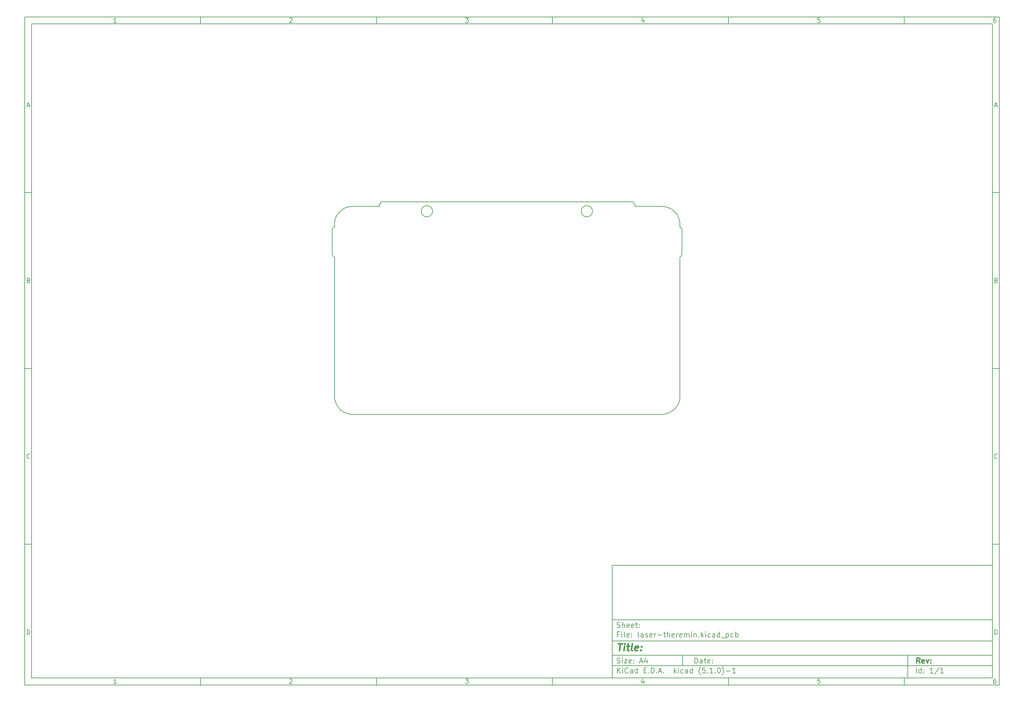
<source format=gm1>
G04 #@! TF.GenerationSoftware,KiCad,Pcbnew,(5.1.0)-1*
G04 #@! TF.CreationDate,2019-06-18T01:36:36-06:00*
G04 #@! TF.ProjectId,laser-theremin,6c617365-722d-4746-9865-72656d696e2e,rev?*
G04 #@! TF.SameCoordinates,Original*
G04 #@! TF.FileFunction,Profile,NP*
%FSLAX46Y46*%
G04 Gerber Fmt 4.6, Leading zero omitted, Abs format (unit mm)*
G04 Created by KiCad (PCBNEW (5.1.0)-1) date 2019-06-18 01:36:36*
%MOMM*%
%LPD*%
G04 APERTURE LIST*
%ADD10C,0.100000*%
%ADD11C,0.150000*%
%ADD12C,0.300000*%
%ADD13C,0.400000*%
%ADD14C,0.200000*%
G04 APERTURE END LIST*
D10*
D11*
X177002200Y-166007200D02*
X177002200Y-198007200D01*
X285002200Y-198007200D01*
X285002200Y-166007200D01*
X177002200Y-166007200D01*
D10*
D11*
X10000000Y-10000000D02*
X10000000Y-200007200D01*
X287002200Y-200007200D01*
X287002200Y-10000000D01*
X10000000Y-10000000D01*
D10*
D11*
X12000000Y-12000000D02*
X12000000Y-198007200D01*
X285002200Y-198007200D01*
X285002200Y-12000000D01*
X12000000Y-12000000D01*
D10*
D11*
X60000000Y-12000000D02*
X60000000Y-10000000D01*
D10*
D11*
X110000000Y-12000000D02*
X110000000Y-10000000D01*
D10*
D11*
X160000000Y-12000000D02*
X160000000Y-10000000D01*
D10*
D11*
X210000000Y-12000000D02*
X210000000Y-10000000D01*
D10*
D11*
X260000000Y-12000000D02*
X260000000Y-10000000D01*
D10*
D11*
X36065476Y-11588095D02*
X35322619Y-11588095D01*
X35694047Y-11588095D02*
X35694047Y-10288095D01*
X35570238Y-10473809D01*
X35446428Y-10597619D01*
X35322619Y-10659523D01*
D10*
D11*
X85322619Y-10411904D02*
X85384523Y-10350000D01*
X85508333Y-10288095D01*
X85817857Y-10288095D01*
X85941666Y-10350000D01*
X86003571Y-10411904D01*
X86065476Y-10535714D01*
X86065476Y-10659523D01*
X86003571Y-10845238D01*
X85260714Y-11588095D01*
X86065476Y-11588095D01*
D10*
D11*
X135260714Y-10288095D02*
X136065476Y-10288095D01*
X135632142Y-10783333D01*
X135817857Y-10783333D01*
X135941666Y-10845238D01*
X136003571Y-10907142D01*
X136065476Y-11030952D01*
X136065476Y-11340476D01*
X136003571Y-11464285D01*
X135941666Y-11526190D01*
X135817857Y-11588095D01*
X135446428Y-11588095D01*
X135322619Y-11526190D01*
X135260714Y-11464285D01*
D10*
D11*
X185941666Y-10721428D02*
X185941666Y-11588095D01*
X185632142Y-10226190D02*
X185322619Y-11154761D01*
X186127380Y-11154761D01*
D10*
D11*
X236003571Y-10288095D02*
X235384523Y-10288095D01*
X235322619Y-10907142D01*
X235384523Y-10845238D01*
X235508333Y-10783333D01*
X235817857Y-10783333D01*
X235941666Y-10845238D01*
X236003571Y-10907142D01*
X236065476Y-11030952D01*
X236065476Y-11340476D01*
X236003571Y-11464285D01*
X235941666Y-11526190D01*
X235817857Y-11588095D01*
X235508333Y-11588095D01*
X235384523Y-11526190D01*
X235322619Y-11464285D01*
D10*
D11*
X285941666Y-10288095D02*
X285694047Y-10288095D01*
X285570238Y-10350000D01*
X285508333Y-10411904D01*
X285384523Y-10597619D01*
X285322619Y-10845238D01*
X285322619Y-11340476D01*
X285384523Y-11464285D01*
X285446428Y-11526190D01*
X285570238Y-11588095D01*
X285817857Y-11588095D01*
X285941666Y-11526190D01*
X286003571Y-11464285D01*
X286065476Y-11340476D01*
X286065476Y-11030952D01*
X286003571Y-10907142D01*
X285941666Y-10845238D01*
X285817857Y-10783333D01*
X285570238Y-10783333D01*
X285446428Y-10845238D01*
X285384523Y-10907142D01*
X285322619Y-11030952D01*
D10*
D11*
X60000000Y-198007200D02*
X60000000Y-200007200D01*
D10*
D11*
X110000000Y-198007200D02*
X110000000Y-200007200D01*
D10*
D11*
X160000000Y-198007200D02*
X160000000Y-200007200D01*
D10*
D11*
X210000000Y-198007200D02*
X210000000Y-200007200D01*
D10*
D11*
X260000000Y-198007200D02*
X260000000Y-200007200D01*
D10*
D11*
X36065476Y-199595295D02*
X35322619Y-199595295D01*
X35694047Y-199595295D02*
X35694047Y-198295295D01*
X35570238Y-198481009D01*
X35446428Y-198604819D01*
X35322619Y-198666723D01*
D10*
D11*
X85322619Y-198419104D02*
X85384523Y-198357200D01*
X85508333Y-198295295D01*
X85817857Y-198295295D01*
X85941666Y-198357200D01*
X86003571Y-198419104D01*
X86065476Y-198542914D01*
X86065476Y-198666723D01*
X86003571Y-198852438D01*
X85260714Y-199595295D01*
X86065476Y-199595295D01*
D10*
D11*
X135260714Y-198295295D02*
X136065476Y-198295295D01*
X135632142Y-198790533D01*
X135817857Y-198790533D01*
X135941666Y-198852438D01*
X136003571Y-198914342D01*
X136065476Y-199038152D01*
X136065476Y-199347676D01*
X136003571Y-199471485D01*
X135941666Y-199533390D01*
X135817857Y-199595295D01*
X135446428Y-199595295D01*
X135322619Y-199533390D01*
X135260714Y-199471485D01*
D10*
D11*
X185941666Y-198728628D02*
X185941666Y-199595295D01*
X185632142Y-198233390D02*
X185322619Y-199161961D01*
X186127380Y-199161961D01*
D10*
D11*
X236003571Y-198295295D02*
X235384523Y-198295295D01*
X235322619Y-198914342D01*
X235384523Y-198852438D01*
X235508333Y-198790533D01*
X235817857Y-198790533D01*
X235941666Y-198852438D01*
X236003571Y-198914342D01*
X236065476Y-199038152D01*
X236065476Y-199347676D01*
X236003571Y-199471485D01*
X235941666Y-199533390D01*
X235817857Y-199595295D01*
X235508333Y-199595295D01*
X235384523Y-199533390D01*
X235322619Y-199471485D01*
D10*
D11*
X285941666Y-198295295D02*
X285694047Y-198295295D01*
X285570238Y-198357200D01*
X285508333Y-198419104D01*
X285384523Y-198604819D01*
X285322619Y-198852438D01*
X285322619Y-199347676D01*
X285384523Y-199471485D01*
X285446428Y-199533390D01*
X285570238Y-199595295D01*
X285817857Y-199595295D01*
X285941666Y-199533390D01*
X286003571Y-199471485D01*
X286065476Y-199347676D01*
X286065476Y-199038152D01*
X286003571Y-198914342D01*
X285941666Y-198852438D01*
X285817857Y-198790533D01*
X285570238Y-198790533D01*
X285446428Y-198852438D01*
X285384523Y-198914342D01*
X285322619Y-199038152D01*
D10*
D11*
X10000000Y-60000000D02*
X12000000Y-60000000D01*
D10*
D11*
X10000000Y-110000000D02*
X12000000Y-110000000D01*
D10*
D11*
X10000000Y-160000000D02*
X12000000Y-160000000D01*
D10*
D11*
X10690476Y-35216666D02*
X11309523Y-35216666D01*
X10566666Y-35588095D02*
X11000000Y-34288095D01*
X11433333Y-35588095D01*
D10*
D11*
X11092857Y-84907142D02*
X11278571Y-84969047D01*
X11340476Y-85030952D01*
X11402380Y-85154761D01*
X11402380Y-85340476D01*
X11340476Y-85464285D01*
X11278571Y-85526190D01*
X11154761Y-85588095D01*
X10659523Y-85588095D01*
X10659523Y-84288095D01*
X11092857Y-84288095D01*
X11216666Y-84350000D01*
X11278571Y-84411904D01*
X11340476Y-84535714D01*
X11340476Y-84659523D01*
X11278571Y-84783333D01*
X11216666Y-84845238D01*
X11092857Y-84907142D01*
X10659523Y-84907142D01*
D10*
D11*
X11402380Y-135464285D02*
X11340476Y-135526190D01*
X11154761Y-135588095D01*
X11030952Y-135588095D01*
X10845238Y-135526190D01*
X10721428Y-135402380D01*
X10659523Y-135278571D01*
X10597619Y-135030952D01*
X10597619Y-134845238D01*
X10659523Y-134597619D01*
X10721428Y-134473809D01*
X10845238Y-134350000D01*
X11030952Y-134288095D01*
X11154761Y-134288095D01*
X11340476Y-134350000D01*
X11402380Y-134411904D01*
D10*
D11*
X10659523Y-185588095D02*
X10659523Y-184288095D01*
X10969047Y-184288095D01*
X11154761Y-184350000D01*
X11278571Y-184473809D01*
X11340476Y-184597619D01*
X11402380Y-184845238D01*
X11402380Y-185030952D01*
X11340476Y-185278571D01*
X11278571Y-185402380D01*
X11154761Y-185526190D01*
X10969047Y-185588095D01*
X10659523Y-185588095D01*
D10*
D11*
X287002200Y-60000000D02*
X285002200Y-60000000D01*
D10*
D11*
X287002200Y-110000000D02*
X285002200Y-110000000D01*
D10*
D11*
X287002200Y-160000000D02*
X285002200Y-160000000D01*
D10*
D11*
X285692676Y-35216666D02*
X286311723Y-35216666D01*
X285568866Y-35588095D02*
X286002200Y-34288095D01*
X286435533Y-35588095D01*
D10*
D11*
X286095057Y-84907142D02*
X286280771Y-84969047D01*
X286342676Y-85030952D01*
X286404580Y-85154761D01*
X286404580Y-85340476D01*
X286342676Y-85464285D01*
X286280771Y-85526190D01*
X286156961Y-85588095D01*
X285661723Y-85588095D01*
X285661723Y-84288095D01*
X286095057Y-84288095D01*
X286218866Y-84350000D01*
X286280771Y-84411904D01*
X286342676Y-84535714D01*
X286342676Y-84659523D01*
X286280771Y-84783333D01*
X286218866Y-84845238D01*
X286095057Y-84907142D01*
X285661723Y-84907142D01*
D10*
D11*
X286404580Y-135464285D02*
X286342676Y-135526190D01*
X286156961Y-135588095D01*
X286033152Y-135588095D01*
X285847438Y-135526190D01*
X285723628Y-135402380D01*
X285661723Y-135278571D01*
X285599819Y-135030952D01*
X285599819Y-134845238D01*
X285661723Y-134597619D01*
X285723628Y-134473809D01*
X285847438Y-134350000D01*
X286033152Y-134288095D01*
X286156961Y-134288095D01*
X286342676Y-134350000D01*
X286404580Y-134411904D01*
D10*
D11*
X285661723Y-185588095D02*
X285661723Y-184288095D01*
X285971247Y-184288095D01*
X286156961Y-184350000D01*
X286280771Y-184473809D01*
X286342676Y-184597619D01*
X286404580Y-184845238D01*
X286404580Y-185030952D01*
X286342676Y-185278571D01*
X286280771Y-185402380D01*
X286156961Y-185526190D01*
X285971247Y-185588095D01*
X285661723Y-185588095D01*
D10*
D11*
X200434342Y-193785771D02*
X200434342Y-192285771D01*
X200791485Y-192285771D01*
X201005771Y-192357200D01*
X201148628Y-192500057D01*
X201220057Y-192642914D01*
X201291485Y-192928628D01*
X201291485Y-193142914D01*
X201220057Y-193428628D01*
X201148628Y-193571485D01*
X201005771Y-193714342D01*
X200791485Y-193785771D01*
X200434342Y-193785771D01*
X202577200Y-193785771D02*
X202577200Y-193000057D01*
X202505771Y-192857200D01*
X202362914Y-192785771D01*
X202077200Y-192785771D01*
X201934342Y-192857200D01*
X202577200Y-193714342D02*
X202434342Y-193785771D01*
X202077200Y-193785771D01*
X201934342Y-193714342D01*
X201862914Y-193571485D01*
X201862914Y-193428628D01*
X201934342Y-193285771D01*
X202077200Y-193214342D01*
X202434342Y-193214342D01*
X202577200Y-193142914D01*
X203077200Y-192785771D02*
X203648628Y-192785771D01*
X203291485Y-192285771D02*
X203291485Y-193571485D01*
X203362914Y-193714342D01*
X203505771Y-193785771D01*
X203648628Y-193785771D01*
X204720057Y-193714342D02*
X204577200Y-193785771D01*
X204291485Y-193785771D01*
X204148628Y-193714342D01*
X204077200Y-193571485D01*
X204077200Y-193000057D01*
X204148628Y-192857200D01*
X204291485Y-192785771D01*
X204577200Y-192785771D01*
X204720057Y-192857200D01*
X204791485Y-193000057D01*
X204791485Y-193142914D01*
X204077200Y-193285771D01*
X205434342Y-193642914D02*
X205505771Y-193714342D01*
X205434342Y-193785771D01*
X205362914Y-193714342D01*
X205434342Y-193642914D01*
X205434342Y-193785771D01*
X205434342Y-192857200D02*
X205505771Y-192928628D01*
X205434342Y-193000057D01*
X205362914Y-192928628D01*
X205434342Y-192857200D01*
X205434342Y-193000057D01*
D10*
D11*
X177002200Y-194507200D02*
X285002200Y-194507200D01*
D10*
D11*
X178434342Y-196585771D02*
X178434342Y-195085771D01*
X179291485Y-196585771D02*
X178648628Y-195728628D01*
X179291485Y-195085771D02*
X178434342Y-195942914D01*
X179934342Y-196585771D02*
X179934342Y-195585771D01*
X179934342Y-195085771D02*
X179862914Y-195157200D01*
X179934342Y-195228628D01*
X180005771Y-195157200D01*
X179934342Y-195085771D01*
X179934342Y-195228628D01*
X181505771Y-196442914D02*
X181434342Y-196514342D01*
X181220057Y-196585771D01*
X181077200Y-196585771D01*
X180862914Y-196514342D01*
X180720057Y-196371485D01*
X180648628Y-196228628D01*
X180577200Y-195942914D01*
X180577200Y-195728628D01*
X180648628Y-195442914D01*
X180720057Y-195300057D01*
X180862914Y-195157200D01*
X181077200Y-195085771D01*
X181220057Y-195085771D01*
X181434342Y-195157200D01*
X181505771Y-195228628D01*
X182791485Y-196585771D02*
X182791485Y-195800057D01*
X182720057Y-195657200D01*
X182577200Y-195585771D01*
X182291485Y-195585771D01*
X182148628Y-195657200D01*
X182791485Y-196514342D02*
X182648628Y-196585771D01*
X182291485Y-196585771D01*
X182148628Y-196514342D01*
X182077200Y-196371485D01*
X182077200Y-196228628D01*
X182148628Y-196085771D01*
X182291485Y-196014342D01*
X182648628Y-196014342D01*
X182791485Y-195942914D01*
X184148628Y-196585771D02*
X184148628Y-195085771D01*
X184148628Y-196514342D02*
X184005771Y-196585771D01*
X183720057Y-196585771D01*
X183577200Y-196514342D01*
X183505771Y-196442914D01*
X183434342Y-196300057D01*
X183434342Y-195871485D01*
X183505771Y-195728628D01*
X183577200Y-195657200D01*
X183720057Y-195585771D01*
X184005771Y-195585771D01*
X184148628Y-195657200D01*
X186005771Y-195800057D02*
X186505771Y-195800057D01*
X186720057Y-196585771D02*
X186005771Y-196585771D01*
X186005771Y-195085771D01*
X186720057Y-195085771D01*
X187362914Y-196442914D02*
X187434342Y-196514342D01*
X187362914Y-196585771D01*
X187291485Y-196514342D01*
X187362914Y-196442914D01*
X187362914Y-196585771D01*
X188077200Y-196585771D02*
X188077200Y-195085771D01*
X188434342Y-195085771D01*
X188648628Y-195157200D01*
X188791485Y-195300057D01*
X188862914Y-195442914D01*
X188934342Y-195728628D01*
X188934342Y-195942914D01*
X188862914Y-196228628D01*
X188791485Y-196371485D01*
X188648628Y-196514342D01*
X188434342Y-196585771D01*
X188077200Y-196585771D01*
X189577200Y-196442914D02*
X189648628Y-196514342D01*
X189577200Y-196585771D01*
X189505771Y-196514342D01*
X189577200Y-196442914D01*
X189577200Y-196585771D01*
X190220057Y-196157200D02*
X190934342Y-196157200D01*
X190077200Y-196585771D02*
X190577200Y-195085771D01*
X191077200Y-196585771D01*
X191577200Y-196442914D02*
X191648628Y-196514342D01*
X191577200Y-196585771D01*
X191505771Y-196514342D01*
X191577200Y-196442914D01*
X191577200Y-196585771D01*
X194577200Y-196585771D02*
X194577200Y-195085771D01*
X194720057Y-196014342D02*
X195148628Y-196585771D01*
X195148628Y-195585771D02*
X194577200Y-196157200D01*
X195791485Y-196585771D02*
X195791485Y-195585771D01*
X195791485Y-195085771D02*
X195720057Y-195157200D01*
X195791485Y-195228628D01*
X195862914Y-195157200D01*
X195791485Y-195085771D01*
X195791485Y-195228628D01*
X197148628Y-196514342D02*
X197005771Y-196585771D01*
X196720057Y-196585771D01*
X196577200Y-196514342D01*
X196505771Y-196442914D01*
X196434342Y-196300057D01*
X196434342Y-195871485D01*
X196505771Y-195728628D01*
X196577200Y-195657200D01*
X196720057Y-195585771D01*
X197005771Y-195585771D01*
X197148628Y-195657200D01*
X198434342Y-196585771D02*
X198434342Y-195800057D01*
X198362914Y-195657200D01*
X198220057Y-195585771D01*
X197934342Y-195585771D01*
X197791485Y-195657200D01*
X198434342Y-196514342D02*
X198291485Y-196585771D01*
X197934342Y-196585771D01*
X197791485Y-196514342D01*
X197720057Y-196371485D01*
X197720057Y-196228628D01*
X197791485Y-196085771D01*
X197934342Y-196014342D01*
X198291485Y-196014342D01*
X198434342Y-195942914D01*
X199791485Y-196585771D02*
X199791485Y-195085771D01*
X199791485Y-196514342D02*
X199648628Y-196585771D01*
X199362914Y-196585771D01*
X199220057Y-196514342D01*
X199148628Y-196442914D01*
X199077200Y-196300057D01*
X199077200Y-195871485D01*
X199148628Y-195728628D01*
X199220057Y-195657200D01*
X199362914Y-195585771D01*
X199648628Y-195585771D01*
X199791485Y-195657200D01*
X202077200Y-197157200D02*
X202005771Y-197085771D01*
X201862914Y-196871485D01*
X201791485Y-196728628D01*
X201720057Y-196514342D01*
X201648628Y-196157200D01*
X201648628Y-195871485D01*
X201720057Y-195514342D01*
X201791485Y-195300057D01*
X201862914Y-195157200D01*
X202005771Y-194942914D01*
X202077200Y-194871485D01*
X203362914Y-195085771D02*
X202648628Y-195085771D01*
X202577200Y-195800057D01*
X202648628Y-195728628D01*
X202791485Y-195657200D01*
X203148628Y-195657200D01*
X203291485Y-195728628D01*
X203362914Y-195800057D01*
X203434342Y-195942914D01*
X203434342Y-196300057D01*
X203362914Y-196442914D01*
X203291485Y-196514342D01*
X203148628Y-196585771D01*
X202791485Y-196585771D01*
X202648628Y-196514342D01*
X202577200Y-196442914D01*
X204077200Y-196442914D02*
X204148628Y-196514342D01*
X204077200Y-196585771D01*
X204005771Y-196514342D01*
X204077200Y-196442914D01*
X204077200Y-196585771D01*
X205577200Y-196585771D02*
X204720057Y-196585771D01*
X205148628Y-196585771D02*
X205148628Y-195085771D01*
X205005771Y-195300057D01*
X204862914Y-195442914D01*
X204720057Y-195514342D01*
X206220057Y-196442914D02*
X206291485Y-196514342D01*
X206220057Y-196585771D01*
X206148628Y-196514342D01*
X206220057Y-196442914D01*
X206220057Y-196585771D01*
X207220057Y-195085771D02*
X207362914Y-195085771D01*
X207505771Y-195157200D01*
X207577200Y-195228628D01*
X207648628Y-195371485D01*
X207720057Y-195657200D01*
X207720057Y-196014342D01*
X207648628Y-196300057D01*
X207577200Y-196442914D01*
X207505771Y-196514342D01*
X207362914Y-196585771D01*
X207220057Y-196585771D01*
X207077200Y-196514342D01*
X207005771Y-196442914D01*
X206934342Y-196300057D01*
X206862914Y-196014342D01*
X206862914Y-195657200D01*
X206934342Y-195371485D01*
X207005771Y-195228628D01*
X207077200Y-195157200D01*
X207220057Y-195085771D01*
X208220057Y-197157200D02*
X208291485Y-197085771D01*
X208434342Y-196871485D01*
X208505771Y-196728628D01*
X208577200Y-196514342D01*
X208648628Y-196157200D01*
X208648628Y-195871485D01*
X208577200Y-195514342D01*
X208505771Y-195300057D01*
X208434342Y-195157200D01*
X208291485Y-194942914D01*
X208220057Y-194871485D01*
X209362914Y-196014342D02*
X210505771Y-196014342D01*
X212005771Y-196585771D02*
X211148628Y-196585771D01*
X211577200Y-196585771D02*
X211577200Y-195085771D01*
X211434342Y-195300057D01*
X211291485Y-195442914D01*
X211148628Y-195514342D01*
D10*
D11*
X177002200Y-191507200D02*
X285002200Y-191507200D01*
D10*
D12*
X264411485Y-193785771D02*
X263911485Y-193071485D01*
X263554342Y-193785771D02*
X263554342Y-192285771D01*
X264125771Y-192285771D01*
X264268628Y-192357200D01*
X264340057Y-192428628D01*
X264411485Y-192571485D01*
X264411485Y-192785771D01*
X264340057Y-192928628D01*
X264268628Y-193000057D01*
X264125771Y-193071485D01*
X263554342Y-193071485D01*
X265625771Y-193714342D02*
X265482914Y-193785771D01*
X265197200Y-193785771D01*
X265054342Y-193714342D01*
X264982914Y-193571485D01*
X264982914Y-193000057D01*
X265054342Y-192857200D01*
X265197200Y-192785771D01*
X265482914Y-192785771D01*
X265625771Y-192857200D01*
X265697200Y-193000057D01*
X265697200Y-193142914D01*
X264982914Y-193285771D01*
X266197200Y-192785771D02*
X266554342Y-193785771D01*
X266911485Y-192785771D01*
X267482914Y-193642914D02*
X267554342Y-193714342D01*
X267482914Y-193785771D01*
X267411485Y-193714342D01*
X267482914Y-193642914D01*
X267482914Y-193785771D01*
X267482914Y-192857200D02*
X267554342Y-192928628D01*
X267482914Y-193000057D01*
X267411485Y-192928628D01*
X267482914Y-192857200D01*
X267482914Y-193000057D01*
D10*
D11*
X178362914Y-193714342D02*
X178577200Y-193785771D01*
X178934342Y-193785771D01*
X179077200Y-193714342D01*
X179148628Y-193642914D01*
X179220057Y-193500057D01*
X179220057Y-193357200D01*
X179148628Y-193214342D01*
X179077200Y-193142914D01*
X178934342Y-193071485D01*
X178648628Y-193000057D01*
X178505771Y-192928628D01*
X178434342Y-192857200D01*
X178362914Y-192714342D01*
X178362914Y-192571485D01*
X178434342Y-192428628D01*
X178505771Y-192357200D01*
X178648628Y-192285771D01*
X179005771Y-192285771D01*
X179220057Y-192357200D01*
X179862914Y-193785771D02*
X179862914Y-192785771D01*
X179862914Y-192285771D02*
X179791485Y-192357200D01*
X179862914Y-192428628D01*
X179934342Y-192357200D01*
X179862914Y-192285771D01*
X179862914Y-192428628D01*
X180434342Y-192785771D02*
X181220057Y-192785771D01*
X180434342Y-193785771D01*
X181220057Y-193785771D01*
X182362914Y-193714342D02*
X182220057Y-193785771D01*
X181934342Y-193785771D01*
X181791485Y-193714342D01*
X181720057Y-193571485D01*
X181720057Y-193000057D01*
X181791485Y-192857200D01*
X181934342Y-192785771D01*
X182220057Y-192785771D01*
X182362914Y-192857200D01*
X182434342Y-193000057D01*
X182434342Y-193142914D01*
X181720057Y-193285771D01*
X183077200Y-193642914D02*
X183148628Y-193714342D01*
X183077200Y-193785771D01*
X183005771Y-193714342D01*
X183077200Y-193642914D01*
X183077200Y-193785771D01*
X183077200Y-192857200D02*
X183148628Y-192928628D01*
X183077200Y-193000057D01*
X183005771Y-192928628D01*
X183077200Y-192857200D01*
X183077200Y-193000057D01*
X184862914Y-193357200D02*
X185577200Y-193357200D01*
X184720057Y-193785771D02*
X185220057Y-192285771D01*
X185720057Y-193785771D01*
X186862914Y-192785771D02*
X186862914Y-193785771D01*
X186505771Y-192214342D02*
X186148628Y-193285771D01*
X187077200Y-193285771D01*
D10*
D11*
X263434342Y-196585771D02*
X263434342Y-195085771D01*
X264791485Y-196585771D02*
X264791485Y-195085771D01*
X264791485Y-196514342D02*
X264648628Y-196585771D01*
X264362914Y-196585771D01*
X264220057Y-196514342D01*
X264148628Y-196442914D01*
X264077200Y-196300057D01*
X264077200Y-195871485D01*
X264148628Y-195728628D01*
X264220057Y-195657200D01*
X264362914Y-195585771D01*
X264648628Y-195585771D01*
X264791485Y-195657200D01*
X265505771Y-196442914D02*
X265577200Y-196514342D01*
X265505771Y-196585771D01*
X265434342Y-196514342D01*
X265505771Y-196442914D01*
X265505771Y-196585771D01*
X265505771Y-195657200D02*
X265577200Y-195728628D01*
X265505771Y-195800057D01*
X265434342Y-195728628D01*
X265505771Y-195657200D01*
X265505771Y-195800057D01*
X268148628Y-196585771D02*
X267291485Y-196585771D01*
X267720057Y-196585771D02*
X267720057Y-195085771D01*
X267577200Y-195300057D01*
X267434342Y-195442914D01*
X267291485Y-195514342D01*
X269862914Y-195014342D02*
X268577200Y-196942914D01*
X271148628Y-196585771D02*
X270291485Y-196585771D01*
X270720057Y-196585771D02*
X270720057Y-195085771D01*
X270577200Y-195300057D01*
X270434342Y-195442914D01*
X270291485Y-195514342D01*
D10*
D11*
X177002200Y-187507200D02*
X285002200Y-187507200D01*
D10*
D13*
X178714580Y-188211961D02*
X179857438Y-188211961D01*
X179036009Y-190211961D02*
X179286009Y-188211961D01*
X180274104Y-190211961D02*
X180440771Y-188878628D01*
X180524104Y-188211961D02*
X180416961Y-188307200D01*
X180500295Y-188402438D01*
X180607438Y-188307200D01*
X180524104Y-188211961D01*
X180500295Y-188402438D01*
X181107438Y-188878628D02*
X181869342Y-188878628D01*
X181476485Y-188211961D02*
X181262200Y-189926247D01*
X181333628Y-190116723D01*
X181512200Y-190211961D01*
X181702676Y-190211961D01*
X182655057Y-190211961D02*
X182476485Y-190116723D01*
X182405057Y-189926247D01*
X182619342Y-188211961D01*
X184190771Y-190116723D02*
X183988390Y-190211961D01*
X183607438Y-190211961D01*
X183428866Y-190116723D01*
X183357438Y-189926247D01*
X183452676Y-189164342D01*
X183571723Y-188973866D01*
X183774104Y-188878628D01*
X184155057Y-188878628D01*
X184333628Y-188973866D01*
X184405057Y-189164342D01*
X184381247Y-189354819D01*
X183405057Y-189545295D01*
X185155057Y-190021485D02*
X185238390Y-190116723D01*
X185131247Y-190211961D01*
X185047914Y-190116723D01*
X185155057Y-190021485D01*
X185131247Y-190211961D01*
X185286009Y-188973866D02*
X185369342Y-189069104D01*
X185262200Y-189164342D01*
X185178866Y-189069104D01*
X185286009Y-188973866D01*
X185262200Y-189164342D01*
D10*
D11*
X178934342Y-185600057D02*
X178434342Y-185600057D01*
X178434342Y-186385771D02*
X178434342Y-184885771D01*
X179148628Y-184885771D01*
X179720057Y-186385771D02*
X179720057Y-185385771D01*
X179720057Y-184885771D02*
X179648628Y-184957200D01*
X179720057Y-185028628D01*
X179791485Y-184957200D01*
X179720057Y-184885771D01*
X179720057Y-185028628D01*
X180648628Y-186385771D02*
X180505771Y-186314342D01*
X180434342Y-186171485D01*
X180434342Y-184885771D01*
X181791485Y-186314342D02*
X181648628Y-186385771D01*
X181362914Y-186385771D01*
X181220057Y-186314342D01*
X181148628Y-186171485D01*
X181148628Y-185600057D01*
X181220057Y-185457200D01*
X181362914Y-185385771D01*
X181648628Y-185385771D01*
X181791485Y-185457200D01*
X181862914Y-185600057D01*
X181862914Y-185742914D01*
X181148628Y-185885771D01*
X182505771Y-186242914D02*
X182577200Y-186314342D01*
X182505771Y-186385771D01*
X182434342Y-186314342D01*
X182505771Y-186242914D01*
X182505771Y-186385771D01*
X182505771Y-185457200D02*
X182577200Y-185528628D01*
X182505771Y-185600057D01*
X182434342Y-185528628D01*
X182505771Y-185457200D01*
X182505771Y-185600057D01*
X184577200Y-186385771D02*
X184434342Y-186314342D01*
X184362914Y-186171485D01*
X184362914Y-184885771D01*
X185791485Y-186385771D02*
X185791485Y-185600057D01*
X185720057Y-185457200D01*
X185577200Y-185385771D01*
X185291485Y-185385771D01*
X185148628Y-185457200D01*
X185791485Y-186314342D02*
X185648628Y-186385771D01*
X185291485Y-186385771D01*
X185148628Y-186314342D01*
X185077200Y-186171485D01*
X185077200Y-186028628D01*
X185148628Y-185885771D01*
X185291485Y-185814342D01*
X185648628Y-185814342D01*
X185791485Y-185742914D01*
X186434342Y-186314342D02*
X186577200Y-186385771D01*
X186862914Y-186385771D01*
X187005771Y-186314342D01*
X187077200Y-186171485D01*
X187077200Y-186100057D01*
X187005771Y-185957200D01*
X186862914Y-185885771D01*
X186648628Y-185885771D01*
X186505771Y-185814342D01*
X186434342Y-185671485D01*
X186434342Y-185600057D01*
X186505771Y-185457200D01*
X186648628Y-185385771D01*
X186862914Y-185385771D01*
X187005771Y-185457200D01*
X188291485Y-186314342D02*
X188148628Y-186385771D01*
X187862914Y-186385771D01*
X187720057Y-186314342D01*
X187648628Y-186171485D01*
X187648628Y-185600057D01*
X187720057Y-185457200D01*
X187862914Y-185385771D01*
X188148628Y-185385771D01*
X188291485Y-185457200D01*
X188362914Y-185600057D01*
X188362914Y-185742914D01*
X187648628Y-185885771D01*
X189005771Y-186385771D02*
X189005771Y-185385771D01*
X189005771Y-185671485D02*
X189077200Y-185528628D01*
X189148628Y-185457200D01*
X189291485Y-185385771D01*
X189434342Y-185385771D01*
X189934342Y-185814342D02*
X191077200Y-185814342D01*
X191577200Y-185385771D02*
X192148628Y-185385771D01*
X191791485Y-184885771D02*
X191791485Y-186171485D01*
X191862914Y-186314342D01*
X192005771Y-186385771D01*
X192148628Y-186385771D01*
X192648628Y-186385771D02*
X192648628Y-184885771D01*
X193291485Y-186385771D02*
X193291485Y-185600057D01*
X193220057Y-185457200D01*
X193077200Y-185385771D01*
X192862914Y-185385771D01*
X192720057Y-185457200D01*
X192648628Y-185528628D01*
X194577200Y-186314342D02*
X194434342Y-186385771D01*
X194148628Y-186385771D01*
X194005771Y-186314342D01*
X193934342Y-186171485D01*
X193934342Y-185600057D01*
X194005771Y-185457200D01*
X194148628Y-185385771D01*
X194434342Y-185385771D01*
X194577200Y-185457200D01*
X194648628Y-185600057D01*
X194648628Y-185742914D01*
X193934342Y-185885771D01*
X195291485Y-186385771D02*
X195291485Y-185385771D01*
X195291485Y-185671485D02*
X195362914Y-185528628D01*
X195434342Y-185457200D01*
X195577200Y-185385771D01*
X195720057Y-185385771D01*
X196791485Y-186314342D02*
X196648628Y-186385771D01*
X196362914Y-186385771D01*
X196220057Y-186314342D01*
X196148628Y-186171485D01*
X196148628Y-185600057D01*
X196220057Y-185457200D01*
X196362914Y-185385771D01*
X196648628Y-185385771D01*
X196791485Y-185457200D01*
X196862914Y-185600057D01*
X196862914Y-185742914D01*
X196148628Y-185885771D01*
X197505771Y-186385771D02*
X197505771Y-185385771D01*
X197505771Y-185528628D02*
X197577200Y-185457200D01*
X197720057Y-185385771D01*
X197934342Y-185385771D01*
X198077200Y-185457200D01*
X198148628Y-185600057D01*
X198148628Y-186385771D01*
X198148628Y-185600057D02*
X198220057Y-185457200D01*
X198362914Y-185385771D01*
X198577200Y-185385771D01*
X198720057Y-185457200D01*
X198791485Y-185600057D01*
X198791485Y-186385771D01*
X199505771Y-186385771D02*
X199505771Y-185385771D01*
X199505771Y-184885771D02*
X199434342Y-184957200D01*
X199505771Y-185028628D01*
X199577200Y-184957200D01*
X199505771Y-184885771D01*
X199505771Y-185028628D01*
X200220057Y-185385771D02*
X200220057Y-186385771D01*
X200220057Y-185528628D02*
X200291485Y-185457200D01*
X200434342Y-185385771D01*
X200648628Y-185385771D01*
X200791485Y-185457200D01*
X200862914Y-185600057D01*
X200862914Y-186385771D01*
X201577200Y-186242914D02*
X201648628Y-186314342D01*
X201577200Y-186385771D01*
X201505771Y-186314342D01*
X201577200Y-186242914D01*
X201577200Y-186385771D01*
X202291485Y-186385771D02*
X202291485Y-184885771D01*
X202434342Y-185814342D02*
X202862914Y-186385771D01*
X202862914Y-185385771D02*
X202291485Y-185957200D01*
X203505771Y-186385771D02*
X203505771Y-185385771D01*
X203505771Y-184885771D02*
X203434342Y-184957200D01*
X203505771Y-185028628D01*
X203577200Y-184957200D01*
X203505771Y-184885771D01*
X203505771Y-185028628D01*
X204862914Y-186314342D02*
X204720057Y-186385771D01*
X204434342Y-186385771D01*
X204291485Y-186314342D01*
X204220057Y-186242914D01*
X204148628Y-186100057D01*
X204148628Y-185671485D01*
X204220057Y-185528628D01*
X204291485Y-185457200D01*
X204434342Y-185385771D01*
X204720057Y-185385771D01*
X204862914Y-185457200D01*
X206148628Y-186385771D02*
X206148628Y-185600057D01*
X206077200Y-185457200D01*
X205934342Y-185385771D01*
X205648628Y-185385771D01*
X205505771Y-185457200D01*
X206148628Y-186314342D02*
X206005771Y-186385771D01*
X205648628Y-186385771D01*
X205505771Y-186314342D01*
X205434342Y-186171485D01*
X205434342Y-186028628D01*
X205505771Y-185885771D01*
X205648628Y-185814342D01*
X206005771Y-185814342D01*
X206148628Y-185742914D01*
X207505771Y-186385771D02*
X207505771Y-184885771D01*
X207505771Y-186314342D02*
X207362914Y-186385771D01*
X207077200Y-186385771D01*
X206934342Y-186314342D01*
X206862914Y-186242914D01*
X206791485Y-186100057D01*
X206791485Y-185671485D01*
X206862914Y-185528628D01*
X206934342Y-185457200D01*
X207077200Y-185385771D01*
X207362914Y-185385771D01*
X207505771Y-185457200D01*
X207862914Y-186528628D02*
X209005771Y-186528628D01*
X209362914Y-185385771D02*
X209362914Y-186885771D01*
X209362914Y-185457200D02*
X209505771Y-185385771D01*
X209791485Y-185385771D01*
X209934342Y-185457200D01*
X210005771Y-185528628D01*
X210077200Y-185671485D01*
X210077200Y-186100057D01*
X210005771Y-186242914D01*
X209934342Y-186314342D01*
X209791485Y-186385771D01*
X209505771Y-186385771D01*
X209362914Y-186314342D01*
X211362914Y-186314342D02*
X211220057Y-186385771D01*
X210934342Y-186385771D01*
X210791485Y-186314342D01*
X210720057Y-186242914D01*
X210648628Y-186100057D01*
X210648628Y-185671485D01*
X210720057Y-185528628D01*
X210791485Y-185457200D01*
X210934342Y-185385771D01*
X211220057Y-185385771D01*
X211362914Y-185457200D01*
X212005771Y-186385771D02*
X212005771Y-184885771D01*
X212005771Y-185457200D02*
X212148628Y-185385771D01*
X212434342Y-185385771D01*
X212577200Y-185457200D01*
X212648628Y-185528628D01*
X212720057Y-185671485D01*
X212720057Y-186100057D01*
X212648628Y-186242914D01*
X212577200Y-186314342D01*
X212434342Y-186385771D01*
X212148628Y-186385771D01*
X212005771Y-186314342D01*
D10*
D11*
X177002200Y-181507200D02*
X285002200Y-181507200D01*
D10*
D11*
X178362914Y-183614342D02*
X178577200Y-183685771D01*
X178934342Y-183685771D01*
X179077200Y-183614342D01*
X179148628Y-183542914D01*
X179220057Y-183400057D01*
X179220057Y-183257200D01*
X179148628Y-183114342D01*
X179077200Y-183042914D01*
X178934342Y-182971485D01*
X178648628Y-182900057D01*
X178505771Y-182828628D01*
X178434342Y-182757200D01*
X178362914Y-182614342D01*
X178362914Y-182471485D01*
X178434342Y-182328628D01*
X178505771Y-182257200D01*
X178648628Y-182185771D01*
X179005771Y-182185771D01*
X179220057Y-182257200D01*
X179862914Y-183685771D02*
X179862914Y-182185771D01*
X180505771Y-183685771D02*
X180505771Y-182900057D01*
X180434342Y-182757200D01*
X180291485Y-182685771D01*
X180077200Y-182685771D01*
X179934342Y-182757200D01*
X179862914Y-182828628D01*
X181791485Y-183614342D02*
X181648628Y-183685771D01*
X181362914Y-183685771D01*
X181220057Y-183614342D01*
X181148628Y-183471485D01*
X181148628Y-182900057D01*
X181220057Y-182757200D01*
X181362914Y-182685771D01*
X181648628Y-182685771D01*
X181791485Y-182757200D01*
X181862914Y-182900057D01*
X181862914Y-183042914D01*
X181148628Y-183185771D01*
X183077200Y-183614342D02*
X182934342Y-183685771D01*
X182648628Y-183685771D01*
X182505771Y-183614342D01*
X182434342Y-183471485D01*
X182434342Y-182900057D01*
X182505771Y-182757200D01*
X182648628Y-182685771D01*
X182934342Y-182685771D01*
X183077200Y-182757200D01*
X183148628Y-182900057D01*
X183148628Y-183042914D01*
X182434342Y-183185771D01*
X183577200Y-182685771D02*
X184148628Y-182685771D01*
X183791485Y-182185771D02*
X183791485Y-183471485D01*
X183862914Y-183614342D01*
X184005771Y-183685771D01*
X184148628Y-183685771D01*
X184648628Y-183542914D02*
X184720057Y-183614342D01*
X184648628Y-183685771D01*
X184577200Y-183614342D01*
X184648628Y-183542914D01*
X184648628Y-183685771D01*
X184648628Y-182757200D02*
X184720057Y-182828628D01*
X184648628Y-182900057D01*
X184577200Y-182828628D01*
X184648628Y-182757200D01*
X184648628Y-182900057D01*
D10*
D11*
X197002200Y-191507200D02*
X197002200Y-194507200D01*
D10*
D11*
X261002200Y-191507200D02*
X261002200Y-198007200D01*
X171360000Y-65270000D02*
G75*
G03X171360000Y-65270000I-1600000J0D01*
G01*
X125910000Y-65270000D02*
G75*
G03X125910000Y-65270000I-1600000J0D01*
G01*
D14*
X196149489Y-68185808D02*
X196136510Y-68132693D01*
X195897743Y-67264824D02*
X195850187Y-67139795D01*
X196123640Y-68079524D02*
X196110817Y-68026327D01*
X196228312Y-68502952D02*
X196227009Y-68492162D01*
X196230000Y-69152768D02*
X196230000Y-68998460D01*
X196225342Y-68481424D02*
X196223314Y-68470745D01*
X196230000Y-69615692D02*
X196230000Y-69461384D01*
X186301690Y-63868256D02*
X185357255Y-63867877D01*
X196230000Y-68689843D02*
X196230000Y-68535535D01*
X189134993Y-63869392D02*
X188190559Y-63869013D01*
X194971557Y-65673337D02*
X194461701Y-65137519D01*
X183468386Y-63867120D02*
X183468752Y-63859457D01*
X196230000Y-68535535D02*
X196229812Y-68524647D01*
X183468752Y-63859457D02*
X183469259Y-63851801D01*
X184412821Y-63867498D02*
X183468386Y-63867120D01*
X196230000Y-68844151D02*
X196230000Y-68689843D01*
X196048689Y-67772823D02*
X196015384Y-67645387D01*
X196230000Y-69770000D02*
X196230000Y-69615692D01*
X185357255Y-63867877D02*
X184412821Y-63867498D01*
X191023863Y-63870150D02*
X190079428Y-63869771D01*
X193258158Y-64344098D02*
X192568551Y-64089247D01*
X187246124Y-63868635D02*
X186301690Y-63868256D01*
X188190559Y-63869013D02*
X187246124Y-63868635D01*
X190079428Y-63869771D02*
X189134993Y-63869392D01*
X191823106Y-63930806D02*
X191023863Y-63870150D01*
X196080256Y-67899927D02*
X196048689Y-67772823D01*
X195850187Y-67139795D02*
X195797243Y-67016301D01*
X196015384Y-67645387D02*
X195979611Y-67517993D01*
X196110817Y-68026327D02*
X196080256Y-67899927D01*
X196223314Y-68470745D02*
X196220929Y-68460136D01*
X193889888Y-64693981D02*
X193258158Y-64344098D01*
X192568551Y-64089247D02*
X191823106Y-63930806D01*
X195797243Y-67016301D02*
X195417418Y-66300056D01*
X195979611Y-67517993D02*
X195940641Y-67391014D01*
X196227009Y-68492162D02*
X196225342Y-68481424D01*
X196230000Y-69461384D02*
X196230000Y-69307076D01*
X196189701Y-68344551D02*
X196176023Y-68291764D01*
X196229248Y-68513783D02*
X196228312Y-68502952D01*
X194461701Y-65137519D02*
X193889888Y-64693981D01*
X195417418Y-66300056D02*
X194971557Y-65673337D01*
X196229812Y-68524647D02*
X196229248Y-68513783D01*
X196162639Y-68238840D02*
X196149489Y-68185808D01*
X196176023Y-68291764D02*
X196162639Y-68238840D01*
X196136510Y-68132693D02*
X196123640Y-68079524D01*
X196230000Y-69307076D02*
X196230000Y-69152768D01*
X196218191Y-68449605D02*
X196203737Y-68397174D01*
X196230000Y-68998460D02*
X196230000Y-68844151D01*
X195940641Y-67391014D02*
X195897743Y-67264824D01*
X196203737Y-68397174D02*
X196189701Y-68344551D01*
X196220929Y-68460136D02*
X196218191Y-68449605D01*
X196788307Y-77628269D02*
X196821469Y-77487625D01*
X196230000Y-108322835D02*
X196230000Y-103306614D01*
X196230000Y-113339055D02*
X196230000Y-108322835D01*
X196210990Y-118463638D02*
X196216753Y-118446144D01*
X196216753Y-118446144D02*
X196221493Y-118428368D01*
X196832908Y-74833239D02*
X196832908Y-73997753D01*
X196473013Y-78084550D02*
X196575773Y-77989768D01*
X196230000Y-93274171D02*
X196230000Y-88257949D01*
X196229463Y-118373763D02*
X196230000Y-118355277D01*
X196193086Y-118503979D02*
X196195253Y-118499862D01*
X196832908Y-76504209D02*
X196832908Y-75668724D01*
X196735150Y-77759956D02*
X196788307Y-77628269D01*
X196225198Y-118410351D02*
X196227859Y-118392135D01*
X196204214Y-118480809D02*
X196210990Y-118463638D01*
X196663729Y-70114494D02*
X196575773Y-70005739D01*
X196575773Y-70005739D02*
X196473013Y-69910957D01*
X196832908Y-75668724D02*
X196832908Y-74833239D01*
X196227859Y-118392135D02*
X196229463Y-118373763D01*
X196735150Y-70235551D02*
X196663729Y-70114494D01*
X196788307Y-70367237D02*
X196735150Y-70235551D01*
X196832908Y-72326783D02*
X196832908Y-71491297D01*
X196821469Y-70507882D02*
X196788307Y-70367237D01*
X196832908Y-70655812D02*
X196821469Y-70507882D01*
X196832908Y-71491297D02*
X196832908Y-70655812D01*
X196832908Y-73162268D02*
X196832908Y-72326783D01*
X196832908Y-77339695D02*
X196832908Y-76504209D01*
X196663729Y-77881013D02*
X196735150Y-77759956D01*
X196575773Y-77989768D02*
X196663729Y-77881013D01*
X196357179Y-78163687D02*
X196473013Y-78084550D01*
X196190263Y-118509341D02*
X196193086Y-118503979D01*
X196230000Y-78225507D02*
X196357179Y-78163687D01*
X196230000Y-83241728D02*
X196230000Y-78225507D01*
X196230000Y-88257949D02*
X196230000Y-83241728D01*
X196187113Y-118515327D02*
X196190263Y-118509341D01*
X196183963Y-118521312D02*
X196187113Y-118515327D01*
X196230000Y-118355277D02*
X196230000Y-113339055D01*
X196230000Y-98290392D02*
X196230000Y-93274171D01*
X196221493Y-118428368D02*
X196225198Y-118410351D01*
X196181140Y-118526675D02*
X196183963Y-118521312D01*
X196195253Y-118499862D02*
X196196436Y-118497613D01*
X196230000Y-103306614D02*
X196230000Y-98290392D01*
X196196436Y-118497613D02*
X196204214Y-118480809D01*
X196832908Y-73997753D02*
X196832908Y-73162268D01*
X196821469Y-77487625D02*
X196832908Y-77339695D01*
X102592554Y-123007610D02*
X102606658Y-123012861D01*
X102679938Y-123028718D02*
X102694955Y-123029785D01*
X102586455Y-123005046D02*
X102592554Y-123007610D01*
X191574096Y-123029585D02*
X191583540Y-123028887D01*
X136026944Y-123030141D02*
X147132581Y-123030141D01*
X191859564Y-122969231D02*
X191898063Y-122960979D01*
X191592954Y-123027907D02*
X191602331Y-123026643D01*
X102710028Y-123030141D02*
X113815667Y-123030141D01*
X196178973Y-118530792D02*
X196181140Y-118526675D01*
X194024080Y-122074327D02*
X194575991Y-121640561D01*
X169343859Y-123030141D02*
X180449497Y-123030141D01*
X196177790Y-118533041D02*
X196178973Y-118530792D01*
X196172830Y-118542153D02*
X196173382Y-118541240D01*
X192407621Y-122842424D02*
X192502263Y-122815290D01*
X102635501Y-123021294D02*
X102650184Y-123024469D01*
X180449497Y-123030141D02*
X191555136Y-123030141D01*
X196173382Y-118541240D02*
X196174041Y-118540092D01*
X195767821Y-119966112D02*
X196009214Y-119285060D01*
X158238220Y-123030141D02*
X169343859Y-123030141D01*
X102694955Y-123029785D02*
X102710028Y-123030141D01*
X102606658Y-123012861D02*
X102620983Y-123017424D01*
X102574257Y-122999918D02*
X102580356Y-123002482D01*
X196176682Y-118535184D02*
X196177790Y-118533041D01*
X196175690Y-118537069D02*
X196176682Y-118535184D01*
X192029928Y-122932679D02*
X192123863Y-122912024D01*
X196174810Y-118538704D02*
X196175690Y-118537069D01*
X195448236Y-120586009D02*
X195767821Y-119966112D01*
X193395478Y-122445160D02*
X194024080Y-122074327D01*
X196174041Y-118540092D02*
X196174810Y-118538704D01*
X196172383Y-118542837D02*
X196172830Y-118542153D01*
X196172040Y-118543297D02*
X196172383Y-118542837D01*
X102650184Y-123024469D02*
X102665006Y-123026945D01*
X191936615Y-122952758D02*
X192029928Y-122932679D01*
X102620983Y-123017424D02*
X102635501Y-123021294D01*
X196009214Y-119285060D02*
X196172040Y-118543297D01*
X191602331Y-123026643D02*
X191611666Y-123025093D01*
X195050834Y-121144307D02*
X195448236Y-120586009D01*
X194575991Y-121640561D02*
X195050834Y-121144307D01*
X192123863Y-122912024D02*
X192218243Y-122890374D01*
X191898063Y-122960979D02*
X191936615Y-122952758D01*
X192502263Y-122815290D02*
X192596636Y-122785493D01*
X102580356Y-123002482D02*
X102586455Y-123005046D01*
X192218243Y-122890374D02*
X192312888Y-122867313D01*
X191583540Y-123028887D02*
X191592954Y-123027907D01*
X113815667Y-123030141D02*
X124921305Y-123030141D01*
X102568158Y-122997354D02*
X102574257Y-122999918D01*
X191668180Y-123012040D02*
X191706278Y-123003169D01*
X191564626Y-123030002D02*
X191574096Y-123029585D01*
X102665006Y-123026945D02*
X102679938Y-123028718D01*
X192690560Y-122752617D02*
X193395478Y-122445160D01*
X191555136Y-123030141D02*
X191564626Y-123030002D01*
X102562059Y-122994790D02*
X102568158Y-122997354D01*
X192596636Y-122785493D02*
X192690560Y-122752617D01*
X192312888Y-122867313D02*
X192407621Y-122842424D01*
X191744475Y-122994483D02*
X191782761Y-122985952D01*
X191706278Y-123003169D02*
X191744475Y-122994483D01*
X124921305Y-123030141D02*
X136026944Y-123030141D01*
X191821127Y-122977545D02*
X191859564Y-122969231D01*
X191782761Y-122985952D02*
X191821127Y-122977545D01*
X147132581Y-123030141D02*
X158238220Y-123030141D01*
X191630189Y-123021129D02*
X191668180Y-123012040D01*
X191620954Y-123023256D02*
X191630189Y-123021129D01*
X191611666Y-123025093D02*
X191620954Y-123023256D01*
X102555960Y-122992226D02*
X102562059Y-122994790D01*
X98605254Y-120166658D02*
X98970595Y-120798444D01*
X97446118Y-77636331D02*
X97502533Y-77770981D01*
X98155022Y-118920359D02*
X98175828Y-119009693D01*
X97578200Y-77894131D02*
X97671208Y-78003991D01*
X98135081Y-118831510D02*
X98155022Y-118920359D01*
X98115655Y-118743282D02*
X98135081Y-118831510D01*
X98089927Y-118626316D02*
X98098569Y-118665301D01*
X98035164Y-113340359D02*
X98035164Y-118355277D01*
X98042302Y-118422422D02*
X98044487Y-118431883D01*
X98038805Y-118403383D02*
X98040408Y-118412921D01*
X98035746Y-118374589D02*
X98036475Y-118384214D01*
X98035164Y-98295607D02*
X98035164Y-103310525D01*
X98035164Y-93280690D02*
X98035164Y-98295607D01*
X98035164Y-78235937D02*
X98035164Y-83250855D01*
X97398692Y-76504209D02*
X97398692Y-77339695D01*
X97398692Y-73162268D02*
X97398692Y-73997753D01*
X98035164Y-83250855D02*
X98035164Y-88265772D01*
X97398692Y-72326783D02*
X97398692Y-73162268D01*
X97502533Y-77770981D02*
X97578200Y-77894131D01*
X100452633Y-122233577D02*
X101073357Y-122557194D01*
X97901602Y-78176685D02*
X98035164Y-78235937D01*
X97398692Y-74833239D02*
X97398692Y-75668724D01*
X97398692Y-77339695D02*
X97410867Y-77491973D01*
X97410867Y-77491973D02*
X97446118Y-77636331D01*
X102549861Y-122989662D02*
X102555960Y-122992226D01*
X102543762Y-122987098D02*
X102549861Y-122989662D01*
X98035164Y-118355277D02*
X98035309Y-118364942D01*
X102522785Y-122977717D02*
X102528045Y-122980043D01*
X101073357Y-122557194D02*
X101756455Y-122802754D01*
X99400664Y-121353796D02*
X99894873Y-121832309D01*
X98970595Y-120798444D02*
X99400664Y-121353796D01*
X98063233Y-118509514D02*
X98072290Y-118548412D01*
X98053976Y-118470668D02*
X98063233Y-118509514D01*
X98035164Y-88265772D02*
X98035164Y-93280690D01*
X98036475Y-118384214D02*
X98037494Y-118393813D01*
X102538523Y-122984783D02*
X102543762Y-122987098D01*
X102528045Y-122980043D02*
X102533288Y-122982415D01*
X102512165Y-122973398D02*
X102517495Y-122975485D01*
X97398692Y-75668724D02*
X97398692Y-76504209D01*
X98305229Y-119458846D02*
X98605254Y-120166658D01*
X99894873Y-121832309D02*
X100452633Y-122233577D01*
X98246982Y-119279234D02*
X98274789Y-119369139D01*
X98035164Y-108325443D02*
X98035164Y-113340359D01*
X97671208Y-78003991D02*
X97779646Y-78098773D01*
X98197855Y-119099374D02*
X98221456Y-119189267D01*
X98081178Y-118587350D02*
X98089927Y-118626316D01*
X98037494Y-118393813D02*
X98038805Y-118403383D01*
X98035309Y-118364942D02*
X98035746Y-118374589D01*
X97779646Y-78098773D02*
X97901602Y-78176685D01*
X102533288Y-122982415D02*
X102538523Y-122984783D01*
X102517495Y-122975485D02*
X102522785Y-122977717D01*
X98035164Y-103310525D02*
X98035164Y-108325443D01*
X102506784Y-122971503D02*
X102512165Y-122973398D01*
X102501341Y-122969850D02*
X102506784Y-122971503D01*
X101756455Y-122802754D02*
X102501341Y-122969850D01*
X98040408Y-118412921D02*
X98042302Y-118422422D01*
X98274789Y-119369139D02*
X98305229Y-119458846D01*
X98072290Y-118548412D02*
X98081178Y-118587350D01*
X98221456Y-119189267D02*
X98246982Y-119279234D01*
X98098569Y-118665301D02*
X98107135Y-118704293D01*
X98107135Y-118704293D02*
X98115655Y-118743282D01*
X98175828Y-119009693D02*
X98197855Y-119099374D01*
X98044487Y-118431883D02*
X98053976Y-118470668D01*
X97398692Y-73997753D02*
X97398692Y-74833239D01*
X97671208Y-69991515D02*
X97578200Y-70101376D01*
X97901602Y-69818822D02*
X97779646Y-69896734D01*
X110798844Y-63738441D02*
X110797511Y-63799330D01*
X108917004Y-63860671D02*
X107976311Y-63860671D01*
X98227651Y-67683889D02*
X98201761Y-67786453D01*
X109857697Y-63860671D02*
X108917004Y-63860671D01*
X110827802Y-63500047D02*
X110816867Y-63558806D01*
X110798390Y-63860671D02*
X109857697Y-63860671D01*
X98255392Y-67581166D02*
X98227651Y-67683889D01*
X100266601Y-64792050D02*
X99660321Y-65284869D01*
X100941226Y-64396129D02*
X100266601Y-64792050D01*
X98110379Y-68182908D02*
X98099957Y-68228621D01*
X107035618Y-63860671D02*
X106094925Y-63860671D01*
X97398692Y-71491297D02*
X97398692Y-72326783D01*
X110808447Y-63618146D02*
X110802464Y-63678035D01*
X98120724Y-68137176D02*
X98110379Y-68182908D01*
X99132617Y-65867492D02*
X98693721Y-66532827D01*
X97779646Y-69896734D02*
X97671208Y-69991515D01*
X98153869Y-67990401D02*
X98131038Y-68091435D01*
X98056595Y-68411112D02*
X98045108Y-68456598D01*
X98078702Y-68319958D02*
X98067778Y-68365562D01*
X103272845Y-63860671D02*
X102454580Y-63923346D01*
X98039094Y-68485903D02*
X98037689Y-68495775D01*
X97398692Y-70655812D02*
X97398692Y-71491297D01*
X98035164Y-69453561D02*
X98035164Y-69606565D01*
X101673963Y-64104196D02*
X100941226Y-64396129D01*
X98035164Y-68688540D02*
X98035164Y-68841544D01*
X110802464Y-63678035D02*
X110798844Y-63738441D01*
X98040801Y-68476077D02*
X98039094Y-68485903D01*
X105154231Y-63860671D02*
X104213538Y-63860671D01*
X97446118Y-70359175D02*
X97410867Y-70503534D01*
X97578200Y-70101376D02*
X97502533Y-70224526D01*
X98089414Y-68274308D02*
X98078702Y-68319958D01*
X99660321Y-65284869D02*
X99132617Y-65867492D01*
X98035323Y-68525572D02*
X98035164Y-68535535D01*
X98693721Y-66532827D02*
X98353865Y-67273780D01*
X98035800Y-68515619D02*
X98035323Y-68525572D01*
X97410867Y-70503534D02*
X97398692Y-70655812D01*
X97502533Y-70224526D02*
X97446118Y-70359175D01*
X107976311Y-63860671D02*
X107035618Y-63860671D01*
X98035164Y-69300557D02*
X98035164Y-69453561D01*
X98035164Y-68535535D02*
X98035164Y-68688540D01*
X98035164Y-69759570D02*
X97901602Y-69818822D01*
X98036589Y-68505683D02*
X98035800Y-68515619D01*
X98067778Y-68365562D02*
X98056595Y-68411112D01*
X98035164Y-69606565D02*
X98035164Y-69759570D01*
X98131038Y-68091435D02*
X98120724Y-68137176D01*
X98201761Y-67786453D02*
X98177305Y-67888682D01*
X98035164Y-68841544D02*
X98035164Y-68994548D01*
X98037689Y-68495775D02*
X98036589Y-68505683D01*
X98177305Y-67888682D02*
X98153869Y-67990401D01*
X98353865Y-67273780D02*
X98318084Y-67375936D01*
X98318084Y-67375936D02*
X98285397Y-67478456D01*
X98035164Y-69147552D02*
X98035164Y-69300557D01*
X106094925Y-63860671D02*
X105154231Y-63860671D01*
X98035164Y-68994548D02*
X98035164Y-69147552D01*
X98285397Y-67478456D02*
X98255392Y-67581166D01*
X110797511Y-63799330D02*
X110798390Y-63860671D01*
X98042807Y-68466306D02*
X98040801Y-68476077D01*
X104213538Y-63860671D02*
X103272845Y-63860671D01*
X98045108Y-68456598D02*
X98042807Y-68466306D01*
X98099957Y-68228621D02*
X98089414Y-68274308D01*
X102454580Y-63923346D02*
X101673963Y-64104196D01*
X110816867Y-63558806D02*
X110808447Y-63618146D01*
X111250464Y-62711998D02*
X111220969Y-62745210D01*
X111341201Y-62615562D02*
X111335335Y-62621680D01*
X120302070Y-62597207D02*
X111358799Y-62597207D01*
X182945892Y-62638404D02*
X182940046Y-62632519D01*
X165018424Y-62597207D02*
X156075153Y-62597207D01*
X129245341Y-62597207D02*
X120302070Y-62597207D01*
X183398370Y-63345037D02*
X183341278Y-63197706D01*
X182904967Y-62597207D02*
X173961695Y-62597207D01*
X183341278Y-63197706D02*
X183268009Y-63053841D01*
X182928353Y-62620748D02*
X182922506Y-62614863D01*
X182910813Y-62603092D02*
X182904967Y-62597207D01*
X110961680Y-63124381D02*
X110950282Y-63149613D01*
X156075153Y-62597207D02*
X147131882Y-62597207D01*
X110841326Y-63441903D02*
X110827802Y-63500047D01*
X110934869Y-63181123D02*
X110920557Y-63212018D01*
X111137147Y-62846248D02*
X111110711Y-62880462D01*
X182922506Y-62614863D02*
X182916660Y-62608977D01*
X110884177Y-63301006D02*
X110874217Y-63329429D01*
X111335335Y-62621680D02*
X111329469Y-62627799D01*
X183471855Y-63813991D02*
X183471979Y-63806596D01*
X183469259Y-63851801D02*
X183469847Y-63844162D01*
X110950282Y-63149613D02*
X110934869Y-63181123D01*
X111022930Y-63011328D02*
X111005290Y-63041327D01*
X111358799Y-62597207D02*
X111352933Y-62603325D01*
X183178623Y-62913568D02*
X183073179Y-62777009D01*
X183439224Y-63495712D02*
X183398370Y-63345037D01*
X138188612Y-62597207D02*
X129245341Y-62597207D01*
X182916660Y-62608977D02*
X182910813Y-62603092D01*
X110857515Y-63384405D02*
X110841326Y-63441903D01*
X110865332Y-63357229D02*
X110857515Y-63384405D01*
X110874217Y-63329429D02*
X110865332Y-63357229D01*
X182940046Y-62632519D02*
X182934199Y-62626633D01*
X183073179Y-62777009D02*
X182951739Y-62644289D01*
X110895217Y-63271962D02*
X110884177Y-63301006D01*
X110907341Y-63242299D02*
X110895217Y-63271962D01*
X110920557Y-63212018D02*
X110907341Y-63242299D01*
X111311872Y-62646154D02*
X111280760Y-62678986D01*
X111323603Y-62633917D02*
X111317737Y-62640036D01*
X110974654Y-63097895D02*
X110961680Y-63124381D01*
X110989194Y-63070196D02*
X110974654Y-63097895D01*
X111005290Y-63041327D02*
X110989194Y-63070196D01*
X111042102Y-62980242D02*
X111022930Y-63011328D01*
X111317737Y-62640036D02*
X111311872Y-62646154D01*
X111085004Y-62914976D02*
X111062798Y-62948111D01*
X183471522Y-63821455D02*
X183471855Y-63813991D01*
X111110711Y-62880462D02*
X111085004Y-62914976D01*
X111220969Y-62745210D02*
X111192261Y-62778642D01*
X111164325Y-62812315D02*
X111137147Y-62846248D01*
X111352933Y-62603325D02*
X111347067Y-62609443D01*
X183471037Y-63828979D02*
X183471522Y-63821455D01*
X183470459Y-63836552D02*
X183471037Y-63828979D01*
X147131882Y-62597207D02*
X138188612Y-62597207D01*
X173961695Y-62597207D02*
X165018424Y-62597207D01*
X183268009Y-63053841D02*
X183178623Y-62913568D01*
X183469847Y-63844162D02*
X183470459Y-63836552D01*
X183471979Y-63806596D02*
X183463781Y-63649606D01*
X111329469Y-62627799D02*
X111323603Y-62633917D01*
X182951739Y-62644289D02*
X182945892Y-62638404D01*
X111280760Y-62678986D02*
X111250464Y-62711998D01*
X182934199Y-62626633D02*
X182928353Y-62620748D01*
X183463781Y-63649606D02*
X183439224Y-63495712D01*
X111192261Y-62778642D02*
X111164325Y-62812315D01*
X111347067Y-62609443D02*
X111341201Y-62615562D01*
X111062798Y-62948111D02*
X111042102Y-62980242D01*
X196473013Y-69910957D02*
X196357179Y-69831820D01*
X196357179Y-69831820D02*
X196230000Y-69770000D01*
X196230000Y-69770000D02*
X196230000Y-69770000D01*
M02*

</source>
